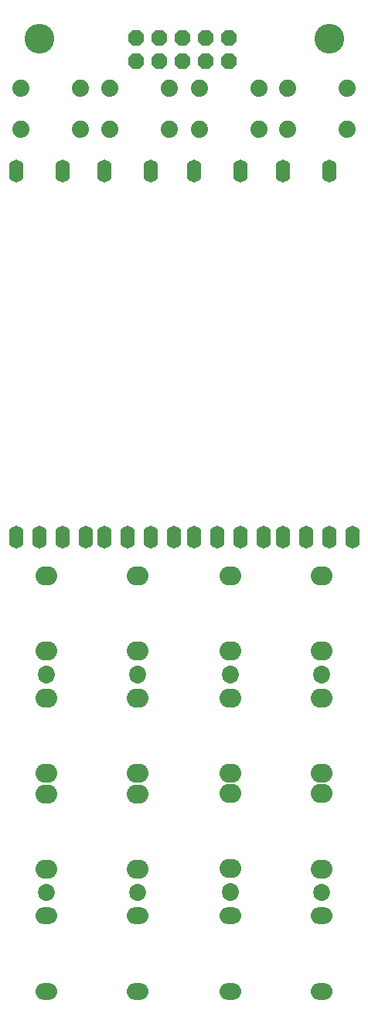
<source format=gbs>
G04 DipTrace 3.2.0.1*
G04 twigs02.GBS*
%MOIN*%
G04 #@! TF.FileFunction,Soldermask,Bot*
G04 #@! TF.Part,Single*
%AMOUTLINE4*
4,1,8,
0.034184,-0.014159,
0.014159,-0.034184,
-0.014159,-0.034184,
-0.034184,-0.014159,
-0.034184,0.014159,
-0.014159,0.034184,
0.014159,0.034184,
0.034184,0.014159,
0.034184,-0.014159,
0*%
%ADD38C,0.074*%
%ADD44C,0.128*%
%ADD50O,0.063X0.098*%
%ADD58O,0.093X0.073*%
%ADD60C,0.073*%
%ADD62O,0.093X0.083*%
%ADD75OUTLINE4*%
%FSLAX26Y26*%
G04*
G70*
G90*
G75*
G01*
G04 BotMask*
%LPD*%
D75*
X960912Y4450338D3*
Y4550338D3*
X1060912Y4450338D3*
Y4550338D3*
X1160912Y4450338D3*
Y4550338D3*
X1260912Y4450338D3*
Y4550338D3*
X1360912Y4450338D3*
Y4550338D3*
D62*
X1760912Y1706089D3*
Y1381089D3*
D60*
Y1806089D3*
D62*
X1367162Y1706089D3*
Y1381089D3*
D60*
Y1806089D3*
D62*
X1760912Y1907089D3*
Y2232089D3*
D60*
Y1807089D3*
D62*
X1367162Y1907089D3*
Y2232089D3*
D60*
Y1807089D3*
D62*
X1760850Y969514D3*
Y1294514D3*
D60*
Y869514D3*
D58*
Y768564D3*
Y443564D3*
D60*
Y868564D3*
D62*
X1367162Y971096D3*
Y1296096D3*
D60*
Y871096D3*
D58*
Y768590D3*
Y443590D3*
D60*
Y868590D3*
D38*
X1870164Y4333089D3*
X1614164D3*
X1870164Y4155089D3*
X1614164D3*
X1488912Y4333089D3*
X1232912D3*
X1488912Y4155089D3*
X1232912D3*
D50*
X1792102Y2400144D3*
X1892102D3*
X1792102Y3974947D3*
X1692102Y2400144D3*
X1592102Y3974947D3*
Y2400144D3*
X1410892D3*
X1510892D3*
X1410892Y3974947D3*
X1310892Y2400144D3*
X1210892Y3974947D3*
Y2400144D3*
D62*
X967162Y1706089D3*
Y1381089D3*
D60*
Y1806089D3*
D62*
X573412Y1706089D3*
Y1381089D3*
D60*
Y1806089D3*
D62*
X967162Y1907089D3*
Y2232089D3*
D60*
Y1807089D3*
D62*
X573412Y1907089D3*
Y2232089D3*
D60*
Y1807089D3*
D62*
X967162Y967719D3*
Y1292719D3*
D60*
Y867719D3*
D58*
Y768590D3*
Y443590D3*
D60*
Y868590D3*
D62*
X573412Y967719D3*
Y1292719D3*
D60*
Y867719D3*
D58*
Y768590D3*
Y443590D3*
D60*
Y868590D3*
D38*
X1101412Y4333089D3*
X845412D3*
X1101412Y4155089D3*
X845412D3*
X720161Y4333089D3*
X464161D3*
X720161Y4155089D3*
X464161D3*
D50*
X1023433Y2400144D3*
X1123433D3*
X1023433Y3974947D3*
X923433Y2400144D3*
X823433Y3974947D3*
Y2400144D3*
X642223D3*
X742223D3*
X642223Y3974947D3*
X542223Y2400144D3*
X442223Y3974947D3*
Y2400144D3*
D44*
X542162Y4544089D3*
X1792162D3*
M02*

</source>
